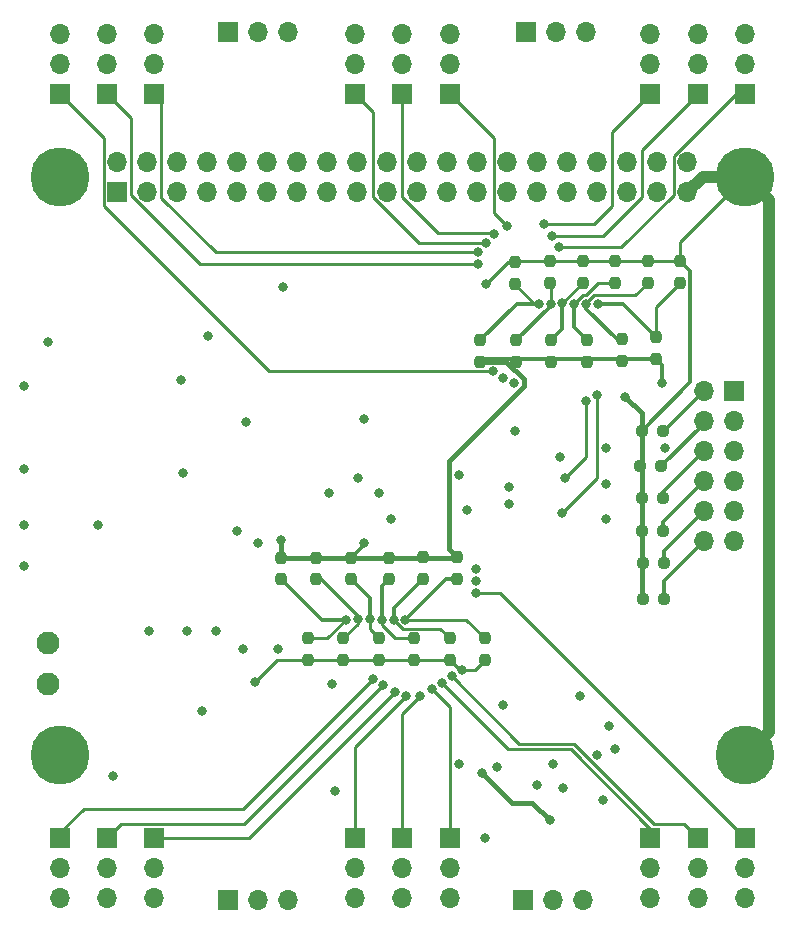
<source format=gbr>
%TF.GenerationSoftware,KiCad,Pcbnew,8.0.6-8.0.6-0~ubuntu24.04.1*%
%TF.CreationDate,2024-11-11T20:35:34-05:00*%
%TF.ProjectId,Hexapod_bot,48657861-706f-4645-9f62-6f742e6b6963,rev?*%
%TF.SameCoordinates,Original*%
%TF.FileFunction,Copper,L4,Bot*%
%TF.FilePolarity,Positive*%
%FSLAX46Y46*%
G04 Gerber Fmt 4.6, Leading zero omitted, Abs format (unit mm)*
G04 Created by KiCad (PCBNEW 8.0.6-8.0.6-0~ubuntu24.04.1) date 2024-11-11 20:35:34*
%MOMM*%
%LPD*%
G01*
G04 APERTURE LIST*
G04 Aperture macros list*
%AMRoundRect*
0 Rectangle with rounded corners*
0 $1 Rounding radius*
0 $2 $3 $4 $5 $6 $7 $8 $9 X,Y pos of 4 corners*
0 Add a 4 corners polygon primitive as box body*
4,1,4,$2,$3,$4,$5,$6,$7,$8,$9,$2,$3,0*
0 Add four circle primitives for the rounded corners*
1,1,$1+$1,$2,$3*
1,1,$1+$1,$4,$5*
1,1,$1+$1,$6,$7*
1,1,$1+$1,$8,$9*
0 Add four rect primitives between the rounded corners*
20,1,$1+$1,$2,$3,$4,$5,0*
20,1,$1+$1,$4,$5,$6,$7,0*
20,1,$1+$1,$6,$7,$8,$9,0*
20,1,$1+$1,$8,$9,$2,$3,0*%
G04 Aperture macros list end*
%TA.AperFunction,SMDPad,CuDef*%
%ADD10RoundRect,0.237500X0.237500X-0.250000X0.237500X0.250000X-0.237500X0.250000X-0.237500X-0.250000X0*%
%TD*%
%TA.AperFunction,ComponentPad*%
%ADD11R,1.700000X1.700000*%
%TD*%
%TA.AperFunction,ComponentPad*%
%ADD12O,1.700000X1.700000*%
%TD*%
%TA.AperFunction,SMDPad,CuDef*%
%ADD13RoundRect,0.237500X-0.237500X0.250000X-0.237500X-0.250000X0.237500X-0.250000X0.237500X0.250000X0*%
%TD*%
%TA.AperFunction,SMDPad,CuDef*%
%ADD14RoundRect,0.237500X0.250000X0.237500X-0.250000X0.237500X-0.250000X-0.237500X0.250000X-0.237500X0*%
%TD*%
%TA.AperFunction,ComponentPad*%
%ADD15C,1.950000*%
%TD*%
%TA.AperFunction,ComponentPad*%
%ADD16C,2.900000*%
%TD*%
%TA.AperFunction,ConnectorPad*%
%ADD17C,5.000000*%
%TD*%
%TA.AperFunction,ViaPad*%
%ADD18C,0.800000*%
%TD*%
%TA.AperFunction,Conductor*%
%ADD19C,0.300000*%
%TD*%
%TA.AperFunction,Conductor*%
%ADD20C,1.000000*%
%TD*%
%TA.AperFunction,Conductor*%
%ADD21C,0.240000*%
%TD*%
%TA.AperFunction,Conductor*%
%ADD22C,0.400000*%
%TD*%
%TA.AperFunction,Conductor*%
%ADD23C,0.250000*%
%TD*%
G04 APERTURE END LIST*
D10*
%TO.P,R34,1*%
%TO.N,Net-(JP2-B)*%
X49750000Y-9000000D03*
%TO.P,R34,2*%
%TO.N,GND*%
X49750000Y-7175000D03*
%TD*%
%TO.P,R31,1*%
%TO.N,Net-(JP1-B)*%
X52500000Y-9000000D03*
%TO.P,R31,2*%
%TO.N,GND*%
X52500000Y-7175000D03*
%TD*%
D11*
%TO.P,J21,1,Pin_1*%
%TO.N,/servo_control/servo17*%
X58000000Y-56000000D03*
D12*
%TO.P,J21,2,Pin_2*%
%TO.N,6V_servo*%
X58000000Y-58540000D03*
%TO.P,J21,3,Pin_3*%
%TO.N,GND*%
X58000000Y-61080000D03*
%TD*%
D10*
%TO.P,R30,1*%
%TO.N,Net-(JP3-B)*%
X47000000Y-9000000D03*
%TO.P,R30,2*%
%TO.N,GND*%
X47000000Y-7175000D03*
%TD*%
D13*
%TO.P,R38,2*%
%TO.N,GND*%
X36000000Y-40912500D03*
%TO.P,R38,1*%
%TO.N,/servo_control/A5_2*%
X36000000Y-39087500D03*
%TD*%
D11*
%TO.P,J17,1,Pin_1*%
%TO.N,/servo_control/servo13*%
X29000000Y-56000000D03*
D12*
%TO.P,J17,2,Pin_2*%
%TO.N,6V_servo*%
X29000000Y-58540000D03*
%TO.P,J17,3,Pin_3*%
%TO.N,GND*%
X29000000Y-61080000D03*
%TD*%
D11*
%TO.P,J13,1,Pin_1*%
%TO.N,/servo_control/servo9*%
X0Y-56000000D03*
D12*
%TO.P,J13,2,Pin_2*%
%TO.N,6V_servo*%
X0Y-58540000D03*
%TO.P,J13,3,Pin_3*%
%TO.N,GND*%
X0Y-61080000D03*
%TD*%
D13*
%TO.P,R40,2*%
%TO.N,GND*%
X24000000Y-40912500D03*
%TO.P,R40,1*%
%TO.N,Net-(JP8-B)*%
X24000000Y-39087500D03*
%TD*%
%TO.P,R39,2*%
%TO.N,GND*%
X30000000Y-40912500D03*
%TO.P,R39,1*%
%TO.N,Net-(JP10-B)*%
X30000000Y-39087500D03*
%TD*%
D11*
%TO.P,J7,1,Pin_1*%
%TO.N,/servo_control/servo5*%
X25000000Y7000000D03*
D12*
%TO.P,J7,2,Pin_2*%
%TO.N,6V_servo*%
X25000000Y9540000D03*
%TO.P,J7,3,Pin_3*%
%TO.N,GND*%
X25000000Y12080000D03*
%TD*%
D14*
%TO.P,R9,2*%
%TO.N,GND*%
X49087500Y-24500000D03*
%TO.P,R9,1*%
%TO.N,Net-(J1-Pin_29)*%
X50912500Y-24500000D03*
%TD*%
D11*
%TO.P,J16,1,Pin_1*%
%TO.N,/servo_control/servo12*%
X25000000Y-56000000D03*
D12*
%TO.P,J16,2,Pin_2*%
%TO.N,6V_servo*%
X25000000Y-58540000D03*
%TO.P,J16,3,Pin_3*%
%TO.N,GND*%
X25000000Y-61080000D03*
%TD*%
D15*
%TO.P,J3,1*%
%TO.N,GND*%
X-1000000Y-43000000D03*
%TO.P,J3,2*%
%TO.N,7.4V_batt*%
X-1000000Y-39500000D03*
%TD*%
D11*
%TO.P,J24,1,Pin_1*%
%TO.N,/servo_control/pwm3*%
X14225000Y-61225000D03*
D12*
%TO.P,J24,2,Pin_2*%
%TO.N,5V_pi*%
X16765000Y-61225000D03*
%TO.P,J24,3,Pin_3*%
%TO.N,GND*%
X19305000Y-61225000D03*
%TD*%
D10*
%TO.P,R32,1*%
%TO.N,/servo_control/A5_1*%
X38500000Y-9075007D03*
%TO.P,R32,2*%
%TO.N,GND*%
X38500000Y-7250007D03*
%TD*%
D14*
%TO.P,R4,1*%
%TO.N,Net-(J1-Pin_35)*%
X51150000Y-32750000D03*
%TO.P,R4,2*%
%TO.N,GND*%
X49325000Y-32750000D03*
%TD*%
D11*
%TO.P,J11,1,Pin_1*%
%TO.N,/servo_control/servo1*%
X54000000Y7000000D03*
D12*
%TO.P,J11,2,Pin_2*%
%TO.N,6V_servo*%
X54000000Y9540000D03*
%TO.P,J11,3,Pin_3*%
%TO.N,GND*%
X54000000Y12080000D03*
%TD*%
D14*
%TO.P,R8,1*%
%TO.N,Net-(J1-Pin_33)*%
X51075000Y-30000000D03*
%TO.P,R8,2*%
%TO.N,GND*%
X49250000Y-30000000D03*
%TD*%
D11*
%TO.P,J9,1,Pin_1*%
%TO.N,/servo_control/servo3*%
X33000000Y7000000D03*
D12*
%TO.P,J9,2,Pin_2*%
%TO.N,6V_servo*%
X33000000Y9540000D03*
%TO.P,J9,3,Pin_3*%
%TO.N,GND*%
X33000000Y12080000D03*
%TD*%
D11*
%TO.P,J8,1,Pin_1*%
%TO.N,/servo_control/servo4*%
X29000000Y7000000D03*
D12*
%TO.P,J8,2,Pin_2*%
%TO.N,6V_servo*%
X29000000Y9540000D03*
%TO.P,J8,3,Pin_3*%
%TO.N,GND*%
X29000000Y12080000D03*
%TD*%
D16*
%TO.P,H4,1,1*%
%TO.N,GND*%
X58000000Y-49000000D03*
D17*
X58000000Y-49000000D03*
%TD*%
D16*
%TO.P,H1,1,1*%
%TO.N,GND*%
X0Y0D03*
D17*
X0Y0D03*
%TD*%
D11*
%TO.P,J12,1,Pin_1*%
%TO.N,/servo_control/servo0*%
X58000000Y7000000D03*
D12*
%TO.P,J12,2,Pin_2*%
%TO.N,6V_servo*%
X58000000Y9540000D03*
%TO.P,J12,3,Pin_3*%
%TO.N,GND*%
X58000000Y12080000D03*
%TD*%
D11*
%TO.P,J22,1,Pin_1*%
%TO.N,/servo_control/pwm1*%
X14225000Y12275000D03*
D12*
%TO.P,J22,2,Pin_2*%
%TO.N,5V_pi*%
X16765000Y12275000D03*
%TO.P,J22,3,Pin_3*%
%TO.N,GND*%
X19305000Y12275000D03*
%TD*%
D13*
%TO.P,R37,1*%
%TO.N,Net-(JP7-B)*%
X21000000Y-39087500D03*
%TO.P,R37,2*%
%TO.N,GND*%
X21000000Y-40912500D03*
%TD*%
D10*
%TO.P,R29,2*%
%TO.N,GND*%
X41500000Y-7175000D03*
%TO.P,R29,1*%
%TO.N,Net-(JP5-B)*%
X41500000Y-9000000D03*
%TD*%
D16*
%TO.P,H2,1,1*%
%TO.N,GND*%
X58000000Y0D03*
D17*
X58000000Y0D03*
%TD*%
D14*
%TO.P,R7,1*%
%TO.N,Net-(J1-Pin_37)*%
X51175000Y-35750000D03*
%TO.P,R7,2*%
%TO.N,GND*%
X49350000Y-35750000D03*
%TD*%
D11*
%TO.P,J4,1,Pin_1*%
%TO.N,/servo_control/servo8*%
X0Y7000000D03*
D12*
%TO.P,J4,2,Pin_2*%
%TO.N,6V_servo*%
X0Y9540000D03*
%TO.P,J4,3,Pin_3*%
%TO.N,GND*%
X0Y12080000D03*
%TD*%
D11*
%TO.P,J20,1,Pin_1*%
%TO.N,/servo_control/servo16*%
X54000000Y-56000000D03*
D12*
%TO.P,J20,2,Pin_2*%
%TO.N,6V_servo*%
X54000000Y-58540000D03*
%TO.P,J20,3,Pin_3*%
%TO.N,GND*%
X54000000Y-61080000D03*
%TD*%
D11*
%TO.P,J18,1,Pin_1*%
%TO.N,/servo_control/servo14*%
X33000000Y-56000000D03*
D12*
%TO.P,J18,2,Pin_2*%
%TO.N,6V_servo*%
X33000000Y-58540000D03*
%TO.P,J18,3,Pin_3*%
%TO.N,GND*%
X33000000Y-61080000D03*
%TD*%
D11*
%TO.P,J25,1,Pin_1*%
%TO.N,/servo_control/pwm4*%
X39225000Y-61225000D03*
D12*
%TO.P,J25,2,Pin_2*%
%TO.N,5V_pi*%
X41765000Y-61225000D03*
%TO.P,J25,3,Pin_3*%
%TO.N,GND*%
X44305000Y-61225000D03*
%TD*%
D11*
%TO.P,J5,1,Pin_1*%
%TO.N,/servo_control/servo7*%
X4000000Y7000000D03*
D12*
%TO.P,J5,2,Pin_2*%
%TO.N,6V_servo*%
X4000000Y9540000D03*
%TO.P,J5,3,Pin_3*%
%TO.N,GND*%
X4000000Y12080000D03*
%TD*%
D11*
%TO.P,J15,1,Pin_1*%
%TO.N,/servo_control/servo11*%
X8000000Y-56000000D03*
D12*
%TO.P,J15,2,Pin_2*%
%TO.N,6V_servo*%
X8000000Y-58540000D03*
%TO.P,J15,3,Pin_3*%
%TO.N,GND*%
X8000000Y-61080000D03*
%TD*%
D11*
%TO.P,J6,1,Pin_1*%
%TO.N,/servo_control/servo6*%
X8000000Y7000000D03*
D12*
%TO.P,J6,2,Pin_2*%
%TO.N,6V_servo*%
X8000000Y9540000D03*
%TO.P,J6,3,Pin_3*%
%TO.N,GND*%
X8000000Y12080000D03*
%TD*%
D10*
%TO.P,R33,2*%
%TO.N,GND*%
X44250000Y-7175000D03*
%TO.P,R33,1*%
%TO.N,Net-(JP4-B)*%
X44250000Y-9000000D03*
%TD*%
D16*
%TO.P,H3,1,1*%
%TO.N,GND*%
X0Y-49000000D03*
D17*
X0Y-49000000D03*
%TD*%
D13*
%TO.P,R36,1*%
%TO.N,Net-(JP9-B)*%
X27000000Y-39087500D03*
%TO.P,R36,2*%
%TO.N,GND*%
X27000000Y-40912500D03*
%TD*%
D12*
%TO.P,J2,12,Pin_12*%
%TO.N,Net-(J1-Pin_37)*%
X54500000Y-30875000D03*
%TO.P,J2,11,Pin_11*%
%TO.N,3V3_pi*%
X57040000Y-30875000D03*
%TO.P,J2,10,Pin_10*%
%TO.N,Net-(J1-Pin_35)*%
X54500000Y-28335000D03*
%TO.P,J2,9,Pin_9*%
%TO.N,3V3_pi*%
X57040000Y-28335000D03*
%TO.P,J2,8,Pin_8*%
%TO.N,Net-(J1-Pin_33)*%
X54500000Y-25795000D03*
%TO.P,J2,7,Pin_7*%
%TO.N,3V3_pi*%
X57040000Y-25795000D03*
%TO.P,J2,6,Pin_6*%
%TO.N,Net-(J1-Pin_31)*%
X54500000Y-23255000D03*
%TO.P,J2,5,Pin_5*%
%TO.N,3V3_pi*%
X57040000Y-23255000D03*
%TO.P,J2,4,Pin_4*%
%TO.N,Net-(J1-Pin_29)*%
X54500000Y-20715000D03*
%TO.P,J2,3,Pin_3*%
%TO.N,3V3_pi*%
X57040000Y-20715000D03*
%TO.P,J2,2,Pin_2*%
%TO.N,Net-(J1-Pin_27)*%
X54500000Y-18175000D03*
D11*
%TO.P,J2,1,Pin_1*%
%TO.N,3V3_pi*%
X57040000Y-18175000D03*
%TD*%
D14*
%TO.P,R5,1*%
%TO.N,Net-(J1-Pin_31)*%
X51075000Y-27250000D03*
%TO.P,R5,2*%
%TO.N,GND*%
X49250000Y-27250000D03*
%TD*%
D11*
%TO.P,J23,1,Pin_1*%
%TO.N,/servo_control/pwm2*%
X39500000Y12250000D03*
D12*
%TO.P,J23,2,Pin_2*%
%TO.N,5V_pi*%
X42040000Y12250000D03*
%TO.P,J23,3,Pin_3*%
%TO.N,GND*%
X44580000Y12250000D03*
%TD*%
D11*
%TO.P,J10,1,Pin_1*%
%TO.N,/servo_control/servo2*%
X50000000Y7000000D03*
D12*
%TO.P,J10,2,Pin_2*%
%TO.N,6V_servo*%
X50000000Y9540000D03*
%TO.P,J10,3,Pin_3*%
%TO.N,GND*%
X50000000Y12080000D03*
%TD*%
D11*
%TO.P,J1,1,Pin_1*%
%TO.N,3V3_pi*%
X4870000Y-1290000D03*
D12*
%TO.P,J1,2,Pin_2*%
%TO.N,5V_pi*%
X4870000Y1250000D03*
%TO.P,J1,3,Pin_3*%
%TO.N,SDA_3V3*%
X7410000Y-1290000D03*
%TO.P,J1,4,Pin_4*%
%TO.N,unconnected-(J1-Pin_4-Pad4)*%
X7410000Y1250000D03*
%TO.P,J1,5,Pin_5*%
%TO.N,SCL_3V3*%
X9950000Y-1290000D03*
%TO.P,J1,6,Pin_6*%
%TO.N,GND*%
X9950000Y1250000D03*
%TO.P,J1,7,Pin_7*%
%TO.N,CLK_3V3*%
X12490000Y-1290000D03*
%TO.P,J1,8,Pin_8*%
%TO.N,Net-(J1-Pin_8)*%
X12490000Y1250000D03*
%TO.P,J1,9,Pin_9*%
%TO.N,unconnected-(J1-Pin_9-Pad9)*%
X15030000Y-1290000D03*
%TO.P,J1,10,Pin_10*%
%TO.N,unconnected-(J1-Pin_10-Pad10)*%
X15030000Y1250000D03*
%TO.P,J1,11,Pin_11*%
%TO.N,unconnected-(J1-Pin_11-Pad11)*%
X17570000Y-1290000D03*
%TO.P,J1,12,Pin_12*%
%TO.N,unconnected-(J1-Pin_12-Pad12)*%
X17570000Y1250000D03*
%TO.P,J1,13,Pin_13*%
%TO.N,BattLow*%
X20110000Y-1290000D03*
%TO.P,J1,14,Pin_14*%
%TO.N,unconnected-(J1-Pin_14-Pad14)*%
X20110000Y1250000D03*
%TO.P,J1,15,Pin_15*%
%TO.N,unconnected-(J1-Pin_15-Pad15)*%
X22650000Y-1290000D03*
%TO.P,J1,16,Pin_16*%
%TO.N,unconnected-(J1-Pin_16-Pad16)*%
X22650000Y1250000D03*
%TO.P,J1,17,Pin_17*%
%TO.N,unconnected-(J1-Pin_17-Pad17)*%
X25190000Y-1290000D03*
%TO.P,J1,18,Pin_18*%
%TO.N,unconnected-(J1-Pin_18-Pad18)*%
X25190000Y1250000D03*
%TO.P,J1,19,Pin_19*%
%TO.N,unconnected-(J1-Pin_19-Pad19)*%
X27730000Y-1290000D03*
%TO.P,J1,20,Pin_20*%
%TO.N,unconnected-(J1-Pin_20-Pad20)*%
X27730000Y1250000D03*
%TO.P,J1,21,Pin_21*%
%TO.N,unconnected-(J1-Pin_21-Pad21)*%
X30270000Y-1290000D03*
%TO.P,J1,22,Pin_22*%
%TO.N,unconnected-(J1-Pin_22-Pad22)*%
X30270000Y1250000D03*
%TO.P,J1,23,Pin_23*%
%TO.N,unconnected-(J1-Pin_23-Pad23)*%
X32810000Y-1290000D03*
%TO.P,J1,24,Pin_24*%
%TO.N,unconnected-(J1-Pin_24-Pad24)*%
X32810000Y1250000D03*
%TO.P,J1,25,Pin_25*%
%TO.N,unconnected-(J1-Pin_25-Pad25)*%
X35350000Y-1290000D03*
%TO.P,J1,26,Pin_26*%
%TO.N,unconnected-(J1-Pin_26-Pad26)*%
X35350000Y1250000D03*
%TO.P,J1,27,Pin_27*%
%TO.N,Net-(J1-Pin_27)*%
X37890000Y-1290000D03*
%TO.P,J1,28,Pin_28*%
%TO.N,unconnected-(J1-Pin_28-Pad28)*%
X37890000Y1250000D03*
%TO.P,J1,29,Pin_29*%
%TO.N,Net-(J1-Pin_29)*%
X40430000Y-1290000D03*
%TO.P,J1,30,Pin_30*%
%TO.N,unconnected-(J1-Pin_30-Pad30)*%
X40430000Y1250000D03*
%TO.P,J1,31,Pin_31*%
%TO.N,Net-(J1-Pin_31)*%
X42970000Y-1290000D03*
%TO.P,J1,32,Pin_32*%
%TO.N,unconnected-(J1-Pin_32-Pad32)*%
X42970000Y1250000D03*
%TO.P,J1,33,Pin_33*%
%TO.N,Net-(J1-Pin_33)*%
X45510000Y-1290000D03*
%TO.P,J1,34,Pin_34*%
%TO.N,unconnected-(J1-Pin_34-Pad34)*%
X45510000Y1250000D03*
%TO.P,J1,35,Pin_35*%
%TO.N,Net-(J1-Pin_35)*%
X48050000Y-1290000D03*
%TO.P,J1,36,Pin_36*%
%TO.N,unconnected-(J1-Pin_36-Pad36)*%
X48050000Y1250000D03*
%TO.P,J1,37,Pin_37*%
%TO.N,Net-(J1-Pin_37)*%
X50590000Y-1290000D03*
%TO.P,J1,38,Pin_38*%
%TO.N,unconnected-(J1-Pin_38-Pad38)*%
X50590000Y1250000D03*
%TO.P,J1,39,Pin_39*%
%TO.N,GND*%
X53130000Y-1290000D03*
%TO.P,J1,40,Pin_40*%
%TO.N,unconnected-(J1-Pin_40-Pad40)*%
X53130000Y1250000D03*
%TD*%
D14*
%TO.P,R6,2*%
%TO.N,GND*%
X49250000Y-21500000D03*
%TO.P,R6,1*%
%TO.N,Net-(J1-Pin_27)*%
X51075000Y-21500000D03*
%TD*%
D11*
%TO.P,J19,1,Pin_1*%
%TO.N,/servo_control/servo15*%
X50000000Y-56000000D03*
D12*
%TO.P,J19,2,Pin_2*%
%TO.N,6V_servo*%
X50000000Y-58540000D03*
%TO.P,J19,3,Pin_3*%
%TO.N,GND*%
X50000000Y-61080000D03*
%TD*%
D13*
%TO.P,R35,2*%
%TO.N,GND*%
X33000000Y-40912500D03*
%TO.P,R35,1*%
%TO.N,Net-(JP11-B)*%
X33000000Y-39087500D03*
%TD*%
D11*
%TO.P,J14,1,Pin_1*%
%TO.N,/servo_control/servo10*%
X4000000Y-56000000D03*
D12*
%TO.P,J14,2,Pin_2*%
%TO.N,6V_servo*%
X4000000Y-58540000D03*
%TO.P,J14,3,Pin_3*%
%TO.N,GND*%
X4000000Y-61080000D03*
%TD*%
D10*
%TO.P,JP2,1,A*%
%TO.N,5V_pi*%
X47600000Y-15575000D03*
%TO.P,JP2,2,B*%
%TO.N,Net-(JP2-B)*%
X47600000Y-13750000D03*
%TD*%
%TO.P,JP3,1,A*%
%TO.N,5V_pi*%
X44600000Y-15662500D03*
%TO.P,JP3,2,B*%
%TO.N,Net-(JP3-B)*%
X44600000Y-13837500D03*
%TD*%
D13*
%TO.P,JP9,1,A*%
%TO.N,5V_pi*%
X24650000Y-32250000D03*
%TO.P,JP9,2,B*%
%TO.N,Net-(JP9-B)*%
X24650000Y-34075000D03*
%TD*%
%TO.P,JP11,1,A*%
%TO.N,5V_pi*%
X30730000Y-32225000D03*
%TO.P,JP11,2,B*%
%TO.N,Net-(JP11-B)*%
X30730000Y-34050000D03*
%TD*%
D10*
%TO.P,JP4,1,A*%
%TO.N,5V_pi*%
X41600000Y-15675000D03*
%TO.P,JP4,2,B*%
%TO.N,Net-(JP4-B)*%
X41600000Y-13850000D03*
%TD*%
D13*
%TO.P,JP12,1,A*%
%TO.N,5V_pi*%
X33630000Y-32237500D03*
%TO.P,JP12,2,B*%
%TO.N,/servo_control/A5_2*%
X33630000Y-34062500D03*
%TD*%
D10*
%TO.P,JP1,1,A*%
%TO.N,5V_pi*%
X50500000Y-15412500D03*
%TO.P,JP1,2,B*%
%TO.N,Net-(JP1-B)*%
X50500000Y-13587500D03*
%TD*%
D13*
%TO.P,JP7,1,A*%
%TO.N,5V_pi*%
X18750000Y-32250000D03*
%TO.P,JP7,2,B*%
%TO.N,Net-(JP7-B)*%
X18750000Y-34075000D03*
%TD*%
%TO.P,JP10,1,A*%
%TO.N,5V_pi*%
X27830000Y-32250000D03*
%TO.P,JP10,2,B*%
%TO.N,Net-(JP10-B)*%
X27830000Y-34075000D03*
%TD*%
%TO.P,JP8,1,A*%
%TO.N,5V_pi*%
X21650000Y-32250000D03*
%TO.P,JP8,2,B*%
%TO.N,Net-(JP8-B)*%
X21650000Y-34075000D03*
%TD*%
D10*
%TO.P,JP6,1,A*%
%TO.N,5V_pi*%
X35600000Y-15662500D03*
%TO.P,JP6,2,B*%
%TO.N,/servo_control/A5_1*%
X35600000Y-13837500D03*
%TD*%
%TO.P,JP5,1,A*%
%TO.N,5V_pi*%
X38600000Y-15675000D03*
%TO.P,JP5,2,B*%
%TO.N,Net-(JP5-B)*%
X38600000Y-13850000D03*
%TD*%
D18*
%TO.N,5V_pi*%
X51000000Y-17500000D03*
%TO.N,GND*%
X36091501Y-9091501D03*
X22750000Y-26750000D03*
X27000000Y-26750000D03*
X47875000Y-18625000D03*
%TO.N,7.4V_batt*%
X15500000Y-40000000D03*
%TO.N,GND*%
X34500000Y-28250000D03*
%TO.N,Net-(U5B--)*%
X23250000Y-52000000D03*
X37500000Y-44750000D03*
%TO.N,Net-(U5B-+)*%
X46000000Y-52750000D03*
X41750000Y-49750000D03*
%TO.N,GND*%
X33750000Y-49750000D03*
X42587500Y-51750000D03*
X10250000Y-17250000D03*
X10386050Y-25113950D03*
%TO.N,5V_pi*%
X18750000Y-30750000D03*
%TO.N,/servo_control/SCL_5V*%
X44500000Y-19000000D03*
%TO.N,/servo_control/SDA_5V*%
X45500000Y-18500000D03*
X42500000Y-28500000D03*
%TO.N,/servo_control/SCL_5V*%
X42750000Y-25500000D03*
%TO.N,SDA_3V3*%
X46250000Y-29000000D03*
%TO.N,SCL_3V3*%
X46250000Y-26000000D03*
%TO.N,CLK_3V3*%
X46250000Y-22950000D03*
X38500000Y-21500000D03*
%TO.N,SDA_3V3*%
X38000000Y-27750000D03*
%TO.N,SCL_3V3*%
X38000000Y-26250000D03*
%TO.N,Net-(U5B--)*%
X47000000Y-48500000D03*
X44000000Y-44000000D03*
X45500000Y-49000000D03*
%TO.N,Net-(U5A-+)*%
X46500000Y-46500000D03*
X37000000Y-50000000D03*
%TO.N,Net-(U5A--)*%
X41500000Y-54500000D03*
X35750000Y-50500000D03*
%TO.N,Net-(U4-OUT)*%
X36000000Y-56000000D03*
X23000000Y-43000000D03*
%TO.N,/servo_control/servo0*%
X42295001Y-6000000D03*
%TO.N,GND*%
X16500000Y-42750000D03*
%TO.N,5V_pi*%
X25750000Y-31000000D03*
%TO.N,7.4V_batt*%
X15000000Y-30000000D03*
X7500000Y-38500000D03*
X10750000Y-38500000D03*
X3250000Y-29500000D03*
X13250000Y-38500000D03*
%TO.N,GND*%
X34000000Y-41750000D03*
%TO.N,6V_servo*%
X-3075000Y-33000000D03*
X4500000Y-50750000D03*
X-3075000Y-29500000D03*
X-3075000Y-17750000D03*
X-3075000Y-24750000D03*
%TO.N,3V3_pi*%
X18918750Y-9331250D03*
%TO.N,BattLow*%
X40412500Y-51500000D03*
%TO.N,/servo_control/servo9*%
X26500000Y-42500000D03*
%TO.N,/servo_control/servo12*%
X29272012Y-44009064D03*
%TO.N,/servo_control/servo15*%
X32335894Y-42859403D03*
%TO.N,/servo_control/servo10*%
X27332053Y-43054702D03*
%TO.N,/servo_control/servo13*%
X30500000Y-44000000D03*
%TO.N,/servo_control/servo16*%
X33167947Y-42304702D03*
%TO.N,/servo_control/servo11*%
X28347339Y-43628296D03*
%TO.N,/servo_control/servo14*%
X31503843Y-43414105D03*
%TO.N,/servo_control/servo17*%
X35250000Y-35250000D03*
%TO.N,/servo_control/pwm3*%
X35259117Y-34240883D03*
%TO.N,/servo_control/pwm4*%
X35262119Y-33225650D03*
%TO.N,Net-(JP1-B)*%
X45552876Y-10747999D03*
%TO.N,Net-(JP2-B)*%
X44553589Y-10785810D03*
%TO.N,Net-(JP3-B)*%
X43535583Y-10785583D03*
%TO.N,Net-(JP4-B)*%
X42536605Y-10740335D03*
%TO.N,/servo_control/A5_1*%
X40536681Y-10749289D03*
%TO.N,/servo_control/A5_2*%
X29250003Y-37500000D03*
%TO.N,Net-(JP7-B)*%
X24226962Y-37504179D03*
%TO.N,Net-(JP8-B)*%
X25226847Y-37488874D03*
%TO.N,Net-(JP9-B)*%
X26240883Y-37490883D03*
%TO.N,Net-(JP10-B)*%
X27250000Y-37500000D03*
%TO.N,Net-(JP11-B)*%
X28250000Y-37500000D03*
%TO.N,Net-(U2-FB)*%
X12500000Y-13500000D03*
X18500000Y-40000000D03*
%TO.N,Net-(U1-PGATE)*%
X15750000Y-20750000D03*
X16750000Y-31000000D03*
%TO.N,Net-(JP5-B)*%
X41536678Y-10752621D03*
%TO.N,/servo_control/pwm1*%
X37510779Y-17029032D03*
%TO.N,/servo_control/servo8*%
X36680702Y-16471384D03*
%TO.N,/servo_control/servo3*%
X37852204Y-4214535D03*
%TO.N,/servo_control/servo4*%
X36750000Y-4892400D03*
%TO.N,/servo_control/servo5*%
X36035902Y-5612400D03*
%TO.N,/servo_control/servo6*%
X35365883Y-6365883D03*
%TO.N,/servo_control/servo2*%
X41000000Y-4000000D03*
%TO.N,/servo_control/servo7*%
X35375000Y-7375000D03*
%TO.N,/servo_control/servo1*%
X41645002Y-5000000D03*
%TO.N,/servo_control/pwm2*%
X38410077Y-17466374D03*
%TO.N,3V3_pi*%
X25750000Y-20500000D03*
X33750000Y-25250000D03*
X42332800Y-23750000D03*
X28000000Y-29000000D03*
X25250000Y-25500000D03*
X51250000Y-23000000D03*
%TO.N,Net-(U2-SW)*%
X12000000Y-45250000D03*
X-1000000Y-14000000D03*
%TD*%
D19*
%TO.N,Net-(J1-Pin_27)*%
X51075000Y-21500000D02*
X51175000Y-21500000D01*
X51175000Y-21500000D02*
X54500000Y-18175000D01*
%TO.N,Net-(J1-Pin_29)*%
X50912500Y-24500000D02*
X54500000Y-20912500D01*
X54500000Y-20912500D02*
X54500000Y-20715000D01*
%TO.N,Net-(J1-Pin_31)*%
X51075000Y-27250000D02*
X51075000Y-26680000D01*
X51075000Y-26680000D02*
X54500000Y-23255000D01*
%TO.N,Net-(J1-Pin_33)*%
X51075000Y-30000000D02*
X51075000Y-29220000D01*
X51075000Y-29220000D02*
X54500000Y-25795000D01*
%TO.N,Net-(J1-Pin_35)*%
X51150000Y-32750000D02*
X51150000Y-31685000D01*
X51150000Y-31685000D02*
X54500000Y-28335000D01*
%TO.N,Net-(J1-Pin_37)*%
X51175000Y-35750000D02*
X51175000Y-34200000D01*
X51175000Y-34200000D02*
X54500000Y-30875000D01*
D20*
%TO.N,GND*%
X58000000Y0D02*
X60000000Y-2000000D01*
X60000000Y-2000000D02*
X60000000Y-47000000D01*
X60000000Y-47000000D02*
X58000000Y-49000000D01*
D19*
%TO.N,5V_pi*%
X51000000Y-17500000D02*
X51000000Y-15912500D01*
X51000000Y-15912500D02*
X50500000Y-15412500D01*
D21*
%TO.N,GND*%
X36091501Y-9091501D02*
X37932995Y-7250007D01*
X37932995Y-7250007D02*
X38500000Y-7250007D01*
D20*
X58000000Y0D02*
X54420000Y0D01*
X54420000Y0D02*
X53130000Y-1290000D01*
D22*
X49250000Y-21500000D02*
X49250000Y-20000000D01*
X49250000Y-20000000D02*
X47875000Y-18625000D01*
D21*
%TO.N,/servo_control/servo15*%
X32335894Y-42859403D02*
X37976491Y-48500000D01*
X37976491Y-48500000D02*
X43250000Y-48500000D01*
X43250000Y-48500000D02*
X50000000Y-55250000D01*
X50000000Y-55250000D02*
X50000000Y-56000000D01*
%TO.N,/servo_control/servo16*%
X33167947Y-42304702D02*
X38863245Y-48000000D01*
X38863245Y-48000000D02*
X43481766Y-48000000D01*
X43481766Y-48000000D02*
X50311766Y-54830000D01*
X50311766Y-54830000D02*
X52830000Y-54830000D01*
X52830000Y-54830000D02*
X54000000Y-56000000D01*
D22*
%TO.N,Net-(U5A--)*%
X35750000Y-50500000D02*
X38250000Y-53000000D01*
X38250000Y-53000000D02*
X40000000Y-53000000D01*
X40000000Y-53000000D02*
X41500000Y-54500000D01*
D19*
%TO.N,GND*%
X49250000Y-21500000D02*
X53325000Y-17425000D01*
X53325000Y-17425000D02*
X53325000Y-8000000D01*
X53325000Y-8000000D02*
X52500000Y-7175000D01*
D22*
%TO.N,5V_pi*%
X33630000Y-32237500D02*
X32950000Y-31557500D01*
X32950000Y-31557500D02*
X32950000Y-24057822D01*
X32950000Y-24057822D02*
X39250000Y-17757822D01*
X39250000Y-17757822D02*
X39250000Y-17162500D01*
X39250000Y-17162500D02*
X37750000Y-15662500D01*
X37750000Y-15662500D02*
X35600000Y-15662500D01*
X18750000Y-32250000D02*
X33617500Y-32250000D01*
X33617500Y-32250000D02*
X33630000Y-32237500D01*
X18750000Y-30750000D02*
X18750000Y-32250000D01*
D21*
%TO.N,/servo_control/SDA_5V*%
X42500000Y-28500000D02*
X45500000Y-25500000D01*
X45500000Y-25500000D02*
X45500000Y-18500000D01*
%TO.N,/servo_control/SCL_5V*%
X42750000Y-25500000D02*
X44500000Y-23750000D01*
X44500000Y-23750000D02*
X44500000Y-19000000D01*
D22*
%TO.N,GND*%
X49250000Y-21500000D02*
X49250000Y-35650000D01*
X49250000Y-35650000D02*
X49350000Y-35750000D01*
D21*
%TO.N,/servo_control/servo0*%
X42295001Y-6000000D02*
X47534630Y-6000000D01*
X47534630Y-6000000D02*
X51960000Y-1574630D01*
X51960000Y1734630D02*
X57225370Y7000000D01*
X51960000Y-1574630D02*
X51960000Y1734630D01*
X57225370Y7000000D02*
X58000000Y7000000D01*
D23*
%TO.N,/servo_control/servo1*%
X41645002Y-5000000D02*
X46001701Y-5000000D01*
X46001701Y-5000000D02*
X49250000Y-1751701D01*
X49250000Y-1751701D02*
X49250000Y2250000D01*
X49250000Y2250000D02*
X54000000Y7000000D01*
%TO.N,/servo_control/servo2*%
X41000000Y-4000000D02*
X45249999Y-4000000D01*
X45249999Y-4000000D02*
X46750000Y-2499999D01*
X46750000Y-2499999D02*
X46750000Y3750000D01*
X46750000Y3750000D02*
X50000000Y7000000D01*
D21*
%TO.N,GND*%
X58000000Y0D02*
X52500000Y-5500000D01*
X52500000Y-5500000D02*
X52500000Y-7175000D01*
X18337500Y-40912500D02*
X16500000Y-42750000D01*
X21000000Y-40912500D02*
X18337500Y-40912500D01*
%TO.N,Net-(JP7-B)*%
X24226962Y-37504179D02*
X22643641Y-39087500D01*
X22643641Y-39087500D02*
X21000000Y-39087500D01*
%TO.N,Net-(JP8-B)*%
X25226847Y-37488874D02*
X25226847Y-37860653D01*
X25226847Y-37860653D02*
X24000000Y-39087500D01*
%TO.N,Net-(JP9-B)*%
X27000000Y-39087500D02*
X26240883Y-38328383D01*
X26240883Y-38328383D02*
X26240883Y-37490883D01*
%TO.N,Net-(JP10-B)*%
X30000000Y-39087500D02*
X28385000Y-39087500D01*
X28385000Y-39087500D02*
X27250000Y-37952500D01*
X27250000Y-37952500D02*
X27250000Y-37500000D01*
%TO.N,Net-(JP11-B)*%
X33000000Y-39087500D02*
X32192500Y-38280000D01*
X32192500Y-38280000D02*
X29011769Y-38280000D01*
X29011769Y-38280000D02*
X28250000Y-37518231D01*
X28250000Y-37518231D02*
X28250000Y-37500000D01*
%TO.N,/servo_control/A5_2*%
X36000000Y-39087500D02*
X34412500Y-37500000D01*
X34412500Y-37500000D02*
X29250003Y-37500000D01*
%TO.N,GND*%
X33000000Y-40912500D02*
X21000000Y-40912500D01*
X34000000Y-41750000D02*
X33837500Y-41750000D01*
X33837500Y-41750000D02*
X33000000Y-40912500D01*
X34000000Y-41750000D02*
X35162500Y-41750000D01*
X35162500Y-41750000D02*
X36000000Y-40912500D01*
%TO.N,/servo_control/A5_1*%
X40536681Y-10749289D02*
X40174282Y-10749289D01*
X40174282Y-10749289D02*
X38500000Y-9075007D01*
%TO.N,Net-(JP5-B)*%
X41536678Y-10752621D02*
X41536678Y-9036678D01*
X41536678Y-9036678D02*
X41500000Y-9000000D01*
%TO.N,Net-(JP4-B)*%
X42536605Y-10740335D02*
X42536605Y-10713395D01*
X42536605Y-10713395D02*
X44250000Y-9000000D01*
%TO.N,Net-(JP3-B)*%
X47000000Y-9000000D02*
X45532504Y-9000000D01*
X45532504Y-9000000D02*
X44532504Y-10000000D01*
X44532504Y-10000000D02*
X44321166Y-10000000D01*
X44321166Y-10000000D02*
X43535583Y-10785583D01*
%TO.N,Net-(JP2-B)*%
X49750000Y-9000000D02*
X48722001Y-10027999D01*
X48722001Y-10027999D02*
X45254642Y-10027999D01*
X45254642Y-10027999D02*
X44553589Y-10729052D01*
X44553589Y-10729052D02*
X44553589Y-10785810D01*
%TO.N,GND*%
X52500000Y-7175000D02*
X38575007Y-7175000D01*
X38575007Y-7175000D02*
X38500000Y-7250007D01*
%TO.N,Net-(JP1-B)*%
X50500000Y-13587500D02*
X50500000Y-11000000D01*
X50500000Y-11000000D02*
X52500000Y-9000000D01*
D19*
%TO.N,5V_pi*%
X25750000Y-31000000D02*
X25750000Y-31150000D01*
X25750000Y-31150000D02*
X24650000Y-32250000D01*
D23*
%TO.N,/servo_control/servo3*%
X37852204Y-4214535D02*
X36715000Y-3077331D01*
X36715000Y-3077331D02*
X36715000Y3285000D01*
X36715000Y3285000D02*
X33000000Y7000000D01*
%TO.N,/servo_control/servo5*%
X36035902Y-5612400D02*
X30390699Y-5612400D01*
X30390699Y-5612400D02*
X26500000Y-1721701D01*
X26500000Y-1721701D02*
X26500000Y5500000D01*
X26500000Y5500000D02*
X25000000Y7000000D01*
%TO.N,/servo_control/servo4*%
X36750000Y-4892400D02*
X36607600Y-4750000D01*
X36607600Y-4750000D02*
X32000000Y-4750000D01*
X32000000Y-4750000D02*
X29000000Y-1750000D01*
X29000000Y-1750000D02*
X29000000Y7000000D01*
%TO.N,/servo_control/servo6*%
X35365883Y-6365883D02*
X13174182Y-6365883D01*
X13174182Y-6365883D02*
X8585000Y-1776701D01*
X8585000Y-1776701D02*
X8585000Y6415000D01*
X8585000Y6415000D02*
X8000000Y7000000D01*
%TO.N,/servo_control/servo7*%
X35375000Y-7375000D02*
X11833299Y-7375000D01*
X11833299Y-7375000D02*
X6045000Y-1586701D01*
X6045000Y4955000D02*
X4000000Y7000000D01*
X6045000Y-1586701D02*
X6045000Y4955000D01*
%TO.N,/servo_control/servo8*%
X0Y7000000D02*
X3695000Y3305000D01*
X3695000Y3305000D02*
X3695000Y-2465000D01*
X36677086Y-16475000D02*
X36680702Y-16471384D01*
X3695000Y-2465000D02*
X17705000Y-16475000D01*
X17705000Y-16475000D02*
X36677086Y-16475000D01*
D21*
%TO.N,/servo_control/servo9*%
X2000000Y-53500000D02*
X15500000Y-53500000D01*
X15500000Y-53500000D02*
X26500000Y-42500000D01*
X0Y-55500000D02*
X2000000Y-53500000D01*
X0Y-56000000D02*
X0Y-55500000D01*
%TO.N,/servo_control/servo12*%
X29272012Y-44009064D02*
X25000000Y-48281076D01*
X25000000Y-48281076D02*
X25000000Y-56000000D01*
%TO.N,/servo_control/servo10*%
X5170000Y-54830000D02*
X15556755Y-54830000D01*
X15556755Y-54830000D02*
X27332053Y-43054702D01*
X4000000Y-56000000D02*
X5170000Y-54830000D01*
%TO.N,/servo_control/servo13*%
X30500000Y-44000000D02*
X29000000Y-45500000D01*
X29000000Y-45500000D02*
X29000000Y-56000000D01*
%TO.N,/servo_control/servo11*%
X15975635Y-56000000D02*
X28347339Y-43628296D01*
X8000000Y-56000000D02*
X15975635Y-56000000D01*
%TO.N,/servo_control/servo14*%
X31503843Y-43414105D02*
X33000000Y-44910262D01*
X33000000Y-44910262D02*
X33000000Y-56000000D01*
%TO.N,/servo_control/servo17*%
X35250000Y-35250000D02*
X37250000Y-35250000D01*
X37250000Y-35250000D02*
X58000000Y-56000000D01*
D19*
%TO.N,Net-(JP1-B)*%
X47660499Y-10747999D02*
X45552876Y-10747999D01*
X50500000Y-13587500D02*
X47660499Y-10747999D01*
%TO.N,Net-(JP2-B)*%
X47125000Y-13750000D02*
X44553589Y-11178589D01*
X44553589Y-11178589D02*
X44553589Y-10785810D01*
X47600000Y-13750000D02*
X47125000Y-13750000D01*
%TO.N,Net-(JP3-B)*%
X43535583Y-12773083D02*
X43535583Y-10785583D01*
X44600000Y-13837500D02*
X43535583Y-12773083D01*
%TO.N,Net-(JP4-B)*%
X42536605Y-12913395D02*
X42536605Y-10740335D01*
X41600000Y-13850000D02*
X42536605Y-12913395D01*
%TO.N,Net-(JP5-B)*%
X38600000Y-13850000D02*
X41536678Y-10913322D01*
X41536678Y-10913322D02*
X41536678Y-10752621D01*
%TO.N,/servo_control/A5_1*%
X35600000Y-13837500D02*
X38688211Y-10749289D01*
X38688211Y-10749289D02*
X40536681Y-10749289D01*
%TO.N,/servo_control/A5_2*%
X32687503Y-34062500D02*
X29250003Y-37500000D01*
X33630000Y-34062500D02*
X32687503Y-34062500D01*
%TO.N,Net-(JP7-B)*%
X22179179Y-37504179D02*
X24226962Y-37504179D01*
X18750000Y-34075000D02*
X22179179Y-37504179D01*
%TO.N,Net-(JP8-B)*%
X25226847Y-37176847D02*
X25226847Y-37488874D01*
X22125000Y-34075000D02*
X25226847Y-37176847D01*
X21650000Y-34075000D02*
X22125000Y-34075000D01*
%TO.N,Net-(JP9-B)*%
X24650000Y-34075000D02*
X26240883Y-35665883D01*
X26240883Y-35665883D02*
X26240883Y-37490883D01*
%TO.N,Net-(JP10-B)*%
X27250000Y-34655000D02*
X27250000Y-37500000D01*
X27830000Y-34075000D02*
X27250000Y-34655000D01*
%TO.N,Net-(JP11-B)*%
X30730000Y-34050000D02*
X28250000Y-36530000D01*
X28250000Y-36530000D02*
X28250000Y-37500000D01*
D21*
%TO.N,/servo_control/pwm1*%
X37510779Y-17029032D02*
X37348427Y-17191384D01*
%TO.N,/servo_control/servo8*%
X36680702Y-16471384D02*
X36843054Y-16309032D01*
D19*
%TO.N,5V_pi*%
X35850000Y-15412500D02*
X35600000Y-15662500D01*
X50500000Y-15412500D02*
X35850000Y-15412500D01*
%TD*%
M02*

</source>
